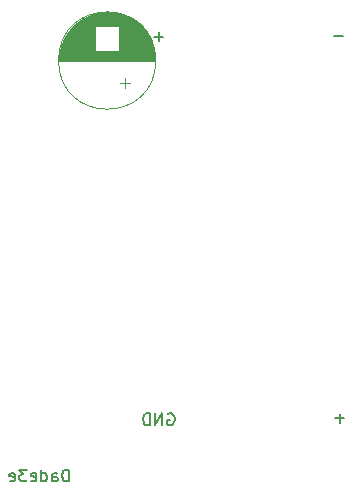
<source format=gbr>
%TF.GenerationSoftware,KiCad,Pcbnew,7.0.2-1.fc38*%
%TF.CreationDate,2023-05-30T17:38:37+02:00*%
%TF.ProjectId,Attiny_termometro,41747469-6e79-45f7-9465-726d6f6d6574,rev?*%
%TF.SameCoordinates,Original*%
%TF.FileFunction,Legend,Bot*%
%TF.FilePolarity,Positive*%
%FSLAX46Y46*%
G04 Gerber Fmt 4.6, Leading zero omitted, Abs format (unit mm)*
G04 Created by KiCad (PCBNEW 7.0.2-1.fc38) date 2023-05-30 17:38:37*
%MOMM*%
%LPD*%
G01*
G04 APERTURE LIST*
%ADD10C,0.150000*%
%ADD11C,0.120000*%
G04 APERTURE END LIST*
D10*
X77761904Y-87996666D02*
X77000000Y-87996666D01*
X77380952Y-88377619D02*
X77380952Y-87615714D01*
X92961904Y-87896666D02*
X92200000Y-87896666D01*
X78138095Y-119925238D02*
X78233333Y-119877619D01*
X78233333Y-119877619D02*
X78376190Y-119877619D01*
X78376190Y-119877619D02*
X78519047Y-119925238D01*
X78519047Y-119925238D02*
X78614285Y-120020476D01*
X78614285Y-120020476D02*
X78661904Y-120115714D01*
X78661904Y-120115714D02*
X78709523Y-120306190D01*
X78709523Y-120306190D02*
X78709523Y-120449047D01*
X78709523Y-120449047D02*
X78661904Y-120639523D01*
X78661904Y-120639523D02*
X78614285Y-120734761D01*
X78614285Y-120734761D02*
X78519047Y-120830000D01*
X78519047Y-120830000D02*
X78376190Y-120877619D01*
X78376190Y-120877619D02*
X78280952Y-120877619D01*
X78280952Y-120877619D02*
X78138095Y-120830000D01*
X78138095Y-120830000D02*
X78090476Y-120782380D01*
X78090476Y-120782380D02*
X78090476Y-120449047D01*
X78090476Y-120449047D02*
X78280952Y-120449047D01*
X77661904Y-120877619D02*
X77661904Y-119877619D01*
X77661904Y-119877619D02*
X77090476Y-120877619D01*
X77090476Y-120877619D02*
X77090476Y-119877619D01*
X76614285Y-120877619D02*
X76614285Y-119877619D01*
X76614285Y-119877619D02*
X76376190Y-119877619D01*
X76376190Y-119877619D02*
X76233333Y-119925238D01*
X76233333Y-119925238D02*
X76138095Y-120020476D01*
X76138095Y-120020476D02*
X76090476Y-120115714D01*
X76090476Y-120115714D02*
X76042857Y-120306190D01*
X76042857Y-120306190D02*
X76042857Y-120449047D01*
X76042857Y-120449047D02*
X76090476Y-120639523D01*
X76090476Y-120639523D02*
X76138095Y-120734761D01*
X76138095Y-120734761D02*
X76233333Y-120830000D01*
X76233333Y-120830000D02*
X76376190Y-120877619D01*
X76376190Y-120877619D02*
X76614285Y-120877619D01*
X69761904Y-125627619D02*
X69761904Y-124627619D01*
X69761904Y-124627619D02*
X69523809Y-124627619D01*
X69523809Y-124627619D02*
X69380952Y-124675238D01*
X69380952Y-124675238D02*
X69285714Y-124770476D01*
X69285714Y-124770476D02*
X69238095Y-124865714D01*
X69238095Y-124865714D02*
X69190476Y-125056190D01*
X69190476Y-125056190D02*
X69190476Y-125199047D01*
X69190476Y-125199047D02*
X69238095Y-125389523D01*
X69238095Y-125389523D02*
X69285714Y-125484761D01*
X69285714Y-125484761D02*
X69380952Y-125580000D01*
X69380952Y-125580000D02*
X69523809Y-125627619D01*
X69523809Y-125627619D02*
X69761904Y-125627619D01*
X68333333Y-125627619D02*
X68333333Y-125103809D01*
X68333333Y-125103809D02*
X68380952Y-125008571D01*
X68380952Y-125008571D02*
X68476190Y-124960952D01*
X68476190Y-124960952D02*
X68666666Y-124960952D01*
X68666666Y-124960952D02*
X68761904Y-125008571D01*
X68333333Y-125580000D02*
X68428571Y-125627619D01*
X68428571Y-125627619D02*
X68666666Y-125627619D01*
X68666666Y-125627619D02*
X68761904Y-125580000D01*
X68761904Y-125580000D02*
X68809523Y-125484761D01*
X68809523Y-125484761D02*
X68809523Y-125389523D01*
X68809523Y-125389523D02*
X68761904Y-125294285D01*
X68761904Y-125294285D02*
X68666666Y-125246666D01*
X68666666Y-125246666D02*
X68428571Y-125246666D01*
X68428571Y-125246666D02*
X68333333Y-125199047D01*
X67428571Y-125627619D02*
X67428571Y-124627619D01*
X67428571Y-125580000D02*
X67523809Y-125627619D01*
X67523809Y-125627619D02*
X67714285Y-125627619D01*
X67714285Y-125627619D02*
X67809523Y-125580000D01*
X67809523Y-125580000D02*
X67857142Y-125532380D01*
X67857142Y-125532380D02*
X67904761Y-125437142D01*
X67904761Y-125437142D02*
X67904761Y-125151428D01*
X67904761Y-125151428D02*
X67857142Y-125056190D01*
X67857142Y-125056190D02*
X67809523Y-125008571D01*
X67809523Y-125008571D02*
X67714285Y-124960952D01*
X67714285Y-124960952D02*
X67523809Y-124960952D01*
X67523809Y-124960952D02*
X67428571Y-125008571D01*
X66571428Y-125580000D02*
X66666666Y-125627619D01*
X66666666Y-125627619D02*
X66857142Y-125627619D01*
X66857142Y-125627619D02*
X66952380Y-125580000D01*
X66952380Y-125580000D02*
X66999999Y-125484761D01*
X66999999Y-125484761D02*
X66999999Y-125103809D01*
X66999999Y-125103809D02*
X66952380Y-125008571D01*
X66952380Y-125008571D02*
X66857142Y-124960952D01*
X66857142Y-124960952D02*
X66666666Y-124960952D01*
X66666666Y-124960952D02*
X66571428Y-125008571D01*
X66571428Y-125008571D02*
X66523809Y-125103809D01*
X66523809Y-125103809D02*
X66523809Y-125199047D01*
X66523809Y-125199047D02*
X66999999Y-125294285D01*
X66190475Y-124627619D02*
X65571428Y-124627619D01*
X65571428Y-124627619D02*
X65904761Y-125008571D01*
X65904761Y-125008571D02*
X65761904Y-125008571D01*
X65761904Y-125008571D02*
X65666666Y-125056190D01*
X65666666Y-125056190D02*
X65619047Y-125103809D01*
X65619047Y-125103809D02*
X65571428Y-125199047D01*
X65571428Y-125199047D02*
X65571428Y-125437142D01*
X65571428Y-125437142D02*
X65619047Y-125532380D01*
X65619047Y-125532380D02*
X65666666Y-125580000D01*
X65666666Y-125580000D02*
X65761904Y-125627619D01*
X65761904Y-125627619D02*
X66047618Y-125627619D01*
X66047618Y-125627619D02*
X66142856Y-125580000D01*
X66142856Y-125580000D02*
X66190475Y-125532380D01*
X64761904Y-125580000D02*
X64857142Y-125627619D01*
X64857142Y-125627619D02*
X65047618Y-125627619D01*
X65047618Y-125627619D02*
X65142856Y-125580000D01*
X65142856Y-125580000D02*
X65190475Y-125484761D01*
X65190475Y-125484761D02*
X65190475Y-125103809D01*
X65190475Y-125103809D02*
X65142856Y-125008571D01*
X65142856Y-125008571D02*
X65047618Y-124960952D01*
X65047618Y-124960952D02*
X64857142Y-124960952D01*
X64857142Y-124960952D02*
X64761904Y-125008571D01*
X64761904Y-125008571D02*
X64714285Y-125103809D01*
X64714285Y-125103809D02*
X64714285Y-125199047D01*
X64714285Y-125199047D02*
X65190475Y-125294285D01*
X93061904Y-120296666D02*
X92300000Y-120296666D01*
X92680952Y-120677619D02*
X92680952Y-119915714D01*
D11*
%TO.C,C1*%
X74500000Y-92300000D02*
X74500000Y-91500000D01*
X74900000Y-91900000D02*
X74100000Y-91900000D01*
X77080000Y-90000000D02*
X68920000Y-90000000D01*
X77080000Y-89960000D02*
X68920000Y-89960000D01*
X77080000Y-89920000D02*
X68920000Y-89920000D01*
X77079000Y-89880000D02*
X68921000Y-89880000D01*
X77077000Y-89840000D02*
X68923000Y-89840000D01*
X77076000Y-89800000D02*
X68924000Y-89800000D01*
X77074000Y-89760000D02*
X68926000Y-89760000D01*
X77071000Y-89720000D02*
X68929000Y-89720000D01*
X77068000Y-89680000D02*
X68932000Y-89680000D01*
X77065000Y-89640000D02*
X68935000Y-89640000D01*
X77061000Y-89600000D02*
X68939000Y-89600000D01*
X77057000Y-89560000D02*
X68943000Y-89560000D01*
X77052000Y-89520000D02*
X68948000Y-89520000D01*
X77048000Y-89480000D02*
X68952000Y-89480000D01*
X77042000Y-89440000D02*
X68958000Y-89440000D01*
X77037000Y-89400000D02*
X68963000Y-89400000D01*
X77030000Y-89360000D02*
X68970000Y-89360000D01*
X77024000Y-89320000D02*
X68976000Y-89320000D01*
X77017000Y-89279000D02*
X68983000Y-89279000D01*
X77010000Y-89239000D02*
X68990000Y-89239000D01*
X77002000Y-89199000D02*
X68998000Y-89199000D01*
X76994000Y-89159000D02*
X69006000Y-89159000D01*
X71960000Y-89119000D02*
X69015000Y-89119000D01*
X76985000Y-89119000D02*
X74040000Y-89119000D01*
X71960000Y-89079000D02*
X69024000Y-89079000D01*
X76976000Y-89079000D02*
X74040000Y-89079000D01*
X71960000Y-89039000D02*
X69033000Y-89039000D01*
X76967000Y-89039000D02*
X74040000Y-89039000D01*
X71960000Y-88999000D02*
X69043000Y-88999000D01*
X76957000Y-88999000D02*
X74040000Y-88999000D01*
X71960000Y-88959000D02*
X69053000Y-88959000D01*
X76947000Y-88959000D02*
X74040000Y-88959000D01*
X71960000Y-88919000D02*
X69064000Y-88919000D01*
X76936000Y-88919000D02*
X74040000Y-88919000D01*
X71960000Y-88879000D02*
X69075000Y-88879000D01*
X76925000Y-88879000D02*
X74040000Y-88879000D01*
X71960000Y-88839000D02*
X69086000Y-88839000D01*
X76914000Y-88839000D02*
X74040000Y-88839000D01*
X71960000Y-88799000D02*
X69098000Y-88799000D01*
X76902000Y-88799000D02*
X74040000Y-88799000D01*
X71960000Y-88759000D02*
X69111000Y-88759000D01*
X76889000Y-88759000D02*
X74040000Y-88759000D01*
X71960000Y-88719000D02*
X69123000Y-88719000D01*
X76877000Y-88719000D02*
X74040000Y-88719000D01*
X71960000Y-88679000D02*
X69137000Y-88679000D01*
X76863000Y-88679000D02*
X74040000Y-88679000D01*
X71960000Y-88639000D02*
X69150000Y-88639000D01*
X76850000Y-88639000D02*
X74040000Y-88639000D01*
X71960000Y-88599000D02*
X69165000Y-88599000D01*
X76835000Y-88599000D02*
X74040000Y-88599000D01*
X71960000Y-88559000D02*
X69179000Y-88559000D01*
X76821000Y-88559000D02*
X74040000Y-88559000D01*
X71960000Y-88519000D02*
X69195000Y-88519000D01*
X76805000Y-88519000D02*
X74040000Y-88519000D01*
X71960000Y-88479000D02*
X69210000Y-88479000D01*
X76790000Y-88479000D02*
X74040000Y-88479000D01*
X71960000Y-88439000D02*
X69226000Y-88439000D01*
X76774000Y-88439000D02*
X74040000Y-88439000D01*
X71960000Y-88399000D02*
X69243000Y-88399000D01*
X76757000Y-88399000D02*
X74040000Y-88399000D01*
X71960000Y-88359000D02*
X69260000Y-88359000D01*
X76740000Y-88359000D02*
X74040000Y-88359000D01*
X71960000Y-88319000D02*
X69278000Y-88319000D01*
X76722000Y-88319000D02*
X74040000Y-88319000D01*
X71960000Y-88279000D02*
X69296000Y-88279000D01*
X76704000Y-88279000D02*
X74040000Y-88279000D01*
X71960000Y-88239000D02*
X69314000Y-88239000D01*
X76686000Y-88239000D02*
X74040000Y-88239000D01*
X71960000Y-88199000D02*
X69334000Y-88199000D01*
X76666000Y-88199000D02*
X74040000Y-88199000D01*
X71960000Y-88159000D02*
X69353000Y-88159000D01*
X76647000Y-88159000D02*
X74040000Y-88159000D01*
X71960000Y-88119000D02*
X69373000Y-88119000D01*
X76627000Y-88119000D02*
X74040000Y-88119000D01*
X71960000Y-88079000D02*
X69394000Y-88079000D01*
X76606000Y-88079000D02*
X74040000Y-88079000D01*
X71960000Y-88039000D02*
X69416000Y-88039000D01*
X76584000Y-88039000D02*
X74040000Y-88039000D01*
X71960000Y-87999000D02*
X69438000Y-87999000D01*
X76562000Y-87999000D02*
X74040000Y-87999000D01*
X71960000Y-87959000D02*
X69460000Y-87959000D01*
X76540000Y-87959000D02*
X74040000Y-87959000D01*
X71960000Y-87919000D02*
X69483000Y-87919000D01*
X76517000Y-87919000D02*
X74040000Y-87919000D01*
X71960000Y-87879000D02*
X69507000Y-87879000D01*
X76493000Y-87879000D02*
X74040000Y-87879000D01*
X71960000Y-87839000D02*
X69531000Y-87839000D01*
X76469000Y-87839000D02*
X74040000Y-87839000D01*
X71960000Y-87799000D02*
X69556000Y-87799000D01*
X76444000Y-87799000D02*
X74040000Y-87799000D01*
X71960000Y-87759000D02*
X69582000Y-87759000D01*
X76418000Y-87759000D02*
X74040000Y-87759000D01*
X71960000Y-87719000D02*
X69608000Y-87719000D01*
X76392000Y-87719000D02*
X74040000Y-87719000D01*
X71960000Y-87679000D02*
X69635000Y-87679000D01*
X76365000Y-87679000D02*
X74040000Y-87679000D01*
X71960000Y-87639000D02*
X69662000Y-87639000D01*
X76338000Y-87639000D02*
X74040000Y-87639000D01*
X71960000Y-87599000D02*
X69691000Y-87599000D01*
X76309000Y-87599000D02*
X74040000Y-87599000D01*
X71960000Y-87559000D02*
X69720000Y-87559000D01*
X76280000Y-87559000D02*
X74040000Y-87559000D01*
X71960000Y-87519000D02*
X69750000Y-87519000D01*
X76250000Y-87519000D02*
X74040000Y-87519000D01*
X71960000Y-87479000D02*
X69780000Y-87479000D01*
X76220000Y-87479000D02*
X74040000Y-87479000D01*
X71960000Y-87439000D02*
X69811000Y-87439000D01*
X76189000Y-87439000D02*
X74040000Y-87439000D01*
X71960000Y-87399000D02*
X69844000Y-87399000D01*
X76156000Y-87399000D02*
X74040000Y-87399000D01*
X71960000Y-87359000D02*
X69876000Y-87359000D01*
X76124000Y-87359000D02*
X74040000Y-87359000D01*
X71960000Y-87319000D02*
X69910000Y-87319000D01*
X76090000Y-87319000D02*
X74040000Y-87319000D01*
X71960000Y-87279000D02*
X69945000Y-87279000D01*
X76055000Y-87279000D02*
X74040000Y-87279000D01*
X71960000Y-87239000D02*
X69981000Y-87239000D01*
X76019000Y-87239000D02*
X74040000Y-87239000D01*
X71960000Y-87199000D02*
X70017000Y-87199000D01*
X75983000Y-87199000D02*
X74040000Y-87199000D01*
X71960000Y-87159000D02*
X70055000Y-87159000D01*
X75945000Y-87159000D02*
X74040000Y-87159000D01*
X71960000Y-87119000D02*
X70093000Y-87119000D01*
X75907000Y-87119000D02*
X74040000Y-87119000D01*
X71960000Y-87079000D02*
X70133000Y-87079000D01*
X75867000Y-87079000D02*
X74040000Y-87079000D01*
X75826000Y-87039000D02*
X70174000Y-87039000D01*
X75784000Y-86999000D02*
X70216000Y-86999000D01*
X75741000Y-86959000D02*
X70259000Y-86959000D01*
X75697000Y-86919000D02*
X70303000Y-86919000D01*
X75651000Y-86879000D02*
X70349000Y-86879000D01*
X75604000Y-86839000D02*
X70396000Y-86839000D01*
X75556000Y-86799000D02*
X70444000Y-86799000D01*
X75505000Y-86759000D02*
X70495000Y-86759000D01*
X75454000Y-86719000D02*
X70546000Y-86719000D01*
X75400000Y-86679000D02*
X70600000Y-86679000D01*
X75345000Y-86639000D02*
X70655000Y-86639000D01*
X75287000Y-86599000D02*
X70713000Y-86599000D01*
X75228000Y-86559000D02*
X70772000Y-86559000D01*
X75166000Y-86519000D02*
X70834000Y-86519000D01*
X75102000Y-86479000D02*
X70898000Y-86479000D01*
X75034000Y-86439000D02*
X70966000Y-86439000D01*
X74964000Y-86399000D02*
X71036000Y-86399000D01*
X74890000Y-86359000D02*
X71110000Y-86359000D01*
X74813000Y-86319000D02*
X71187000Y-86319000D01*
X74731000Y-86279000D02*
X71269000Y-86279000D01*
X74645000Y-86239000D02*
X71355000Y-86239000D01*
X74552000Y-86199000D02*
X71448000Y-86199000D01*
X74453000Y-86159000D02*
X71547000Y-86159000D01*
X74346000Y-86119000D02*
X71654000Y-86119000D01*
X74229000Y-86079000D02*
X71771000Y-86079000D01*
X74098000Y-86039000D02*
X71902000Y-86039000D01*
X73948000Y-85999000D02*
X72052000Y-85999000D01*
X73768000Y-85959000D02*
X72232000Y-85959000D01*
X73533000Y-85919000D02*
X72467000Y-85919000D01*
X77120000Y-90000000D02*
G75*
G03*
X77120000Y-90000000I-4120000J0D01*
G01*
%TD*%
M02*

</source>
